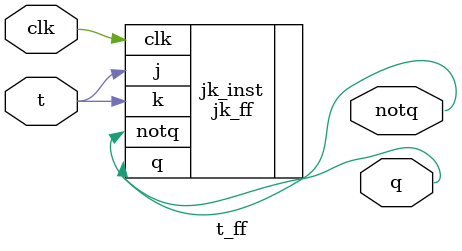
<source format=v>
module t_ff(
    input wire clk,
    input wire t,
    output wire q,
    output wire notq
);
    // Instantiate JK flip flop with J and K both equal to T.
    jk_ff jk_inst (
        .clk(clk),
        .j(t),
        .k(t),
        .q(q),
        .notq(notq)
    );
endmodule
</source>
